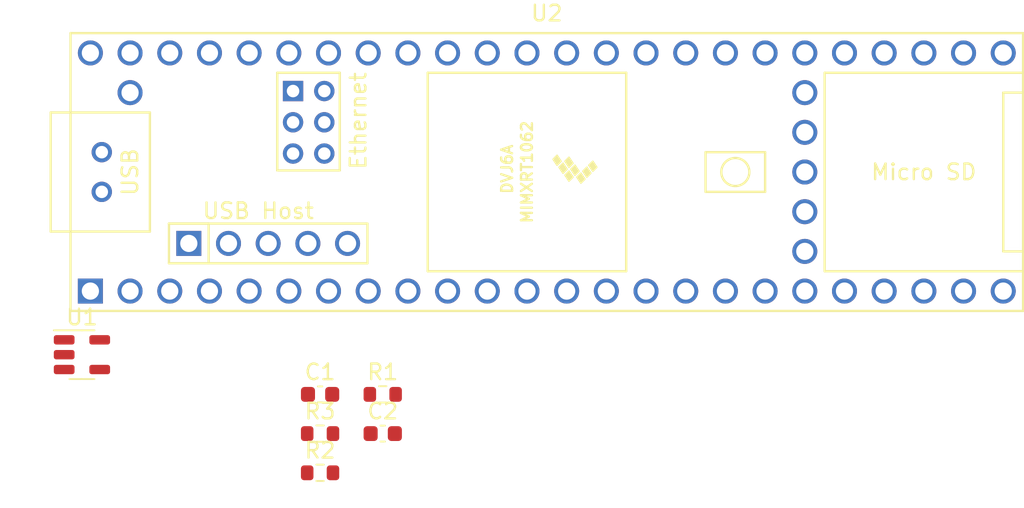
<source format=kicad_pcb>
(kicad_pcb (version 20211014) (generator pcbnew)
  (layers (0 "F.Cu" signal) (31 "B.Cu" signal) (34 "B.Paste" user) (35 "F.Paste" user) (36 "B.SilkS" user "B.Silkscreen") (37 "F.SilkS" user "F.Silkscreen") (38 "B.Mask" user) (39 "F.Mask" user) (44 "Edge.Cuts" user))
  (net 0 "")
  (net 1 "Net-(U1-Pad3)")
  (net 2 "GND")
  (net 3 "+5V")
  (net 4 "/SetSpeed_PWM")
  (net 5 "Net-(U1-Pad4)")
  (net 73 "/SetSpeed_Analog")
  (footprint "Package_TO_SOT_SMD:SOT-23-5" (layer "F.Cu") (at 109.22 86.36)
    (fp_text reference "U1" (at 0 -2.4) (layer "F.SilkS"))
    (fp_text value "OPA320xxDBV")
    (fp_line (start 0 -1.56) (end 0.8 -1.56) (layer "F.SilkS") (width 0.12))
    (fp_line (start 0 1.56) (end -0.8 1.56) (layer "F.SilkS") (width 0.12))
    (fp_line (start 0 -1.56) (end -1.8 -1.56) (layer "F.SilkS") (width 0.12))
    (fp_line (start 0 1.56) (end 0.8 1.56) (layer "F.SilkS") (width 0.12))
    (pad "1" smd roundrect locked (at -1.1375 -0.95) (size 1.325 0.6) (layers "F.Cu" "F.Paste" "F.Mask") (net 73 "/SetSpeed_Analog"))
    (pad "2" smd roundrect locked (at -1.1375 0) (size 1.325 0.6) (layers "F.Cu" "F.Paste" "F.Mask") (net 2 "GND"))
    (pad "3" smd roundrect locked (at -1.1375 0.95) (size 1.325 0.6) (layers "F.Cu" "F.Paste" "F.Mask") (net 1 "Net-(U1-Pad3)"))
    (pad "4" smd roundrect locked (at 1.1375 0.95) (size 1.325 0.6) (layers "F.Cu" "F.Paste" "F.Mask") (net 5 "Net-(U1-Pad4)"))
    (pad "5" smd roundrect locked (at 1.1375 -0.95) (size 1.325 0.6) (layers "F.Cu" "F.Paste" "F.Mask") (net 3 "+5V"))
  )
  (footprint "teensy:Teensy41" (layer "F.Cu") (at 138.97 74.67)
    (fp_text reference "U2" (at 0 -10.16) (layer "F.SilkS"))
    (fp_text value "Teensy4.1")
    (fp_text user "USB" (at -26.67 0 270) (layer "F.SilkS"))
    (fp_text user "Ethernet" (at -12.065 -3.2766 90) (layer "F.SilkS"))
    (fp_text user "DVJ6A" (at -2.54 -0.18 -90) (layer "F.SilkS") (effects (font (size 0.7 0.7))))
    (fp_text user "Micro SD" (at 24.13 0) (layer "F.SilkS"))
    (fp_text user "MIMXRT1062" (at -1.27 0 -90) (layer "F.SilkS") (effects (font (size 0.7 0.7))))
    (fp_text user "USB Host" (at -18.4658 2.4892) (layer "F.SilkS"))
    (fp_line (start -7.62 -6.35) (end -7.62 6.35) (layer "F.SilkS") (width 0.15))
    (fp_line (start -30.48 8.89) (end -30.48 -8.89) (layer "F.SilkS") (width 0.15))
    (fp_line (start -21.6408 3.2992) (end -21.6408 5.8392) (layer "F.SilkS") (width 0.15))
    (fp_line (start -24.1808 3.2992) (end -11.4808 3.2992) (layer "F.SilkS") (width 0.15))
    (fp_line (start -30.48 3.81) (end -31.75 3.81) (layer "F.SilkS") (width 0.15))
    (fp_line (start -25.4 -3.81) (end -30.48 -3.81) (layer "F.SilkS") (width 0.15))
    (fp_line (start 30.48 8.89) (end -30.48 8.89) (layer "F.SilkS") (width 0.15))
    (fp_line (start -30.48 -8.89) (end 30.48 -8.89) (layer "F.SilkS") (width 0.15))
    (fp_line (start -7.62 6.35) (end 5.08 6.35) (layer "F.SilkS") (width 0.15))
    (fp_line (start 13.97 1.27) (end 10.16 1.27) (layer "F.SilkS") (width 0.15))
    (fp_line (start -13.25 -0.1016) (end -13.25 -6.3516) (layer "F.SilkS") (width 0.15))
    (fp_line (start -13.25 -6.3516) (end -17.25 -6.3516) (layer "F.SilkS") (width 0.15))
    (fp_line (start -25.4 3.81) (end -30.48 3.81) (layer "F.SilkS") (width 0.15))
    (fp_line (start -24.1808 3.2992) (end -21.6408 3.2992) (layer "F.SilkS") (width 0.15))
    (fp_line (start -11.4808 3.2992) (end -11.4808 5.8392) (layer "F.SilkS") (width 0.15))
    (fp_line (start 13.97 -1.27) (end 13.97 1.27) (layer "F.SilkS") (width 0.15))
    (fp_line (start 5.08 6.35) (end 5.08 -6.35) (layer "F.SilkS") (width 0.15))
    (fp_line (start -25.4 3.81) (end -25.4 -3.81) (layer "F.SilkS") (width 0.15))
    (fp_line (start 29.21 -5.08) (end 29.21 5.08) (layer "F.SilkS") (width 0.15))
    (fp_line (start 10.16 -1.27) (end 13.97 -1.27) (layer "F.SilkS") (width 0.15))
    (fp_line (start 17.78 6.35) (end 30.48 6.35) (layer "F.SilkS") (width 0.15))
    (fp_line (start 10.16 1.27) (end 10.16 -1.27) (layer "F.SilkS") (width 0.15))
    (fp_line (start 30.48 -8.89) (end 30.48 8.89) (layer "F.SilkS") (width 0.15))
    (fp_line (start 5.08 -6.35) (end -7.62 -6.35) (layer "F.SilkS") (width 0.15))
    (fp_line (start -17.25 -6.1016) (end -17.25 -0.1016) (layer "F.SilkS") (width 0.15))
    (fp_line (start 29.21 5.08) (end 30.48 5.08) (layer "F.SilkS") (width 0.15))
    (fp_line (start 30.48 -5.08) (end 29.21 -5.08) (layer "F.SilkS") (width 0.15))
    (fp_line (start -31.75 3.81) (end -31.75 -3.81) (layer "F.SilkS") (width 0.15))
    (fp_line (start -17.25 -0.1016) (end -13.25 -0.1016) (layer "F.SilkS") (width 0.15))
    (fp_line (start -17.25 -6.3516) (end -17.25 -6.1016) (layer "F.SilkS") (width 0.15))
    (fp_line (start 17.78 -6.35) (end 17.78 6.35) (layer "F.SilkS") (width 0.15))
    (fp_line (start -31.75 -3.81) (end -30.48 -3.81) (layer "F.SilkS") (width 0.15))
    (fp_line (start -11.4808 5.8392) (end -24.1808 5.8392) (layer "F.SilkS") (width 0.15))
    (fp_line (start -24.1808 5.8392) (end -24.1808 3.2992) (layer "F.SilkS") (width 0.15))
    (fp_line (start 30.48 -6.35) (end 17.78 -6.35) (layer "F.SilkS") (width 0.15))
    (fp_circle (center 12.065 0) (end 12.7 -0.635) (layer "F.SilkS") (width 0.15) (fill none))
    (fp_poly (pts (xy 3.197 -0.307) (xy 2.943 -0.053) (xy 2.689 -0.434) (xy 2.943 -0.688)) (layer "F.SilkS") (width 0.1) (fill solid))
    (fp_poly (pts (xy 0.911 -0.688) (xy 0.657 -0.434) (xy 0.403 -0.815) (xy 0.657 -1.069)) (layer "F.SilkS") (width 0.1) (fill solid))
    (fp_poly (pts (xy 1.292 -0.18) (xy 1.038 0.074) (xy 0.784 -0.307) (xy 1.038 -0.561)) (layer "F.SilkS") (width 0.1) (fill solid))
    (fp_poly (pts (xy 2.435 0.455) (xy 2.181 0.709) (xy 1.927 0.328) (xy 2.181 0.074)) (layer "F.SilkS") (width 0.1) (fill solid))
    (fp_poly (pts (xy 2.816 0.074) (xy 2.562 0.328) (xy 2.308 -0.053) (xy 2.562 -0.307)) (layer "F.SilkS") (width 0.1) (fill solid))
    (fp_poly (pts (xy 1.673 0.328) (xy 1.419 0.582) (xy 1.165 0.201) (xy 1.419 -0.053)) (layer "F.SilkS") (width 0.1) (fill solid))
    (fp_poly (pts (xy 2.054 -0.053) (xy 1.8 0.201) (xy 1.546 -0.18) (xy 1.8 -0.434)) (layer "F.SilkS") (width 0.1) (fill solid))
    (fp_poly (pts (xy 1.673 -0.561) (xy 1.419 -0.307) (xy 1.165 -0.688) (xy 1.419 -0.942)) (layer "F.SilkS") (width 0.1) (fill solid))
    (pad "1" thru_hole rect (at -29.21 7.62) (size 1.6 1.6) (drill 1.1) (layers *.Cu *.Mask))
    (pad "2" thru_hole circle (at -26.67 7.62) (size 1.6 1.6) (drill 1.1) (layers *.Cu *.Mask))
    (pad "3" thru_hole circle (at -24.13 7.62) (size 1.6 1.6) (drill 1.1) (layers *.Cu *.Mask))
    (pad "4" thru_hole circle (at -21.59 7.62) (size 1.6 1.6) (drill 1.1) (layers *.Cu *.Mask))
    (pad "5" thru_hole circle (at -19.05 7.62) (size 1.6 1.6) (drill 1.1) (layers *.Cu *.Mask))
    (pad "6" thru_hole circle (at -16.51 7.62) (size 1.6 1.6) (drill 1.1) (layers *.Cu *.Mask))
    (pad "7" thru_hole circle (at -13.97 7.62) (size 1.6 1.6) (drill 1.1) (layers *.Cu *.Mask))
    (pad "8" thru_hole circle (at -11.43 7.62) (size 1.6 1.6) (drill 1.1) (layers *.Cu *.Mask))
    (pad "9" thru_hole circle (at -8.89 7.62) (size 1.6 1.6) (drill 1.1) (layers *.Cu *.Mask))
    (pad "10" thru_hole circle (at -6.35 7.62) (size 1.6 1.6) (drill 1.1) (layers *.Cu *.Mask))
    (pad "11" thru_hole circle (at -3.81 7.62) (size 1.6 1.6) (drill 1.1) (layers *.Cu *.Mask))
    (pad "12" thru_hole circle (at -1.27 7.62) (size 1.6 1.6) (drill 1.1) (layers *.Cu *.Mask))
    (pad "13" thru_hole circle (at 1.27 7.62) (size 1.6 1.6) (drill 1.1) (layers *.Cu *.Mask))
    (pad "14" thru_hole circle (at 3.81 7.62) (size 1.6 1.6) (drill 1.1) (layers *.Cu *.Mask))
    (pad "15" thru_hole circle (at 6.35 7.62) (size 1.6 1.6) (drill 1.1) (layers *.Cu *.Mask))
    (pad "16" thru_hole circle (at 8.89 7.62) (size 1.6 1.6) (drill 1.1) (layers *.Cu *.Mask))
    (pad "17" thru_hole circle (at 11.43 7.62) (size 1.6 1.6) (drill 1.1) (layers *.Cu *.Mask))
    (pad "18" thru_hole circle (at 13.97 7.62) (size 1.6 1.6) (drill 1.1) (layers *.Cu *.Mask))
    (pad "19" thru_hole circle (at 16.51 7.62) (size 1.6 1.6) (drill 1.1) (layers *.Cu *.Mask))
    (pad "20" thru_hole circle (at 19.05 7.62) (size 1.6 1.6) (drill 1.1) (layers *.Cu *.Mask))
    (pad "21" thru_hole circle (at 21.59 7.62) (size 1.6 1.6) (drill 1.1) (layers *.Cu *.Mask))
    (pad "22" thru_hole circle (at 24.13 7.62) (size 1.6 1.6) (drill 1.1) (layers *.Cu *.Mask))
    (pad "23" thru_hole circle (at 26.67 7.62) (size 1.6 1.6) (drill 1.1) (layers *.Cu *.Mask))
    (pad "24" thru_hole circle (at 29.21 7.62) (size 1.6 1.6) (drill 1.1) (layers *.Cu *.Mask))
    (pad "25" thru_hole circle (at 29.21 -7.62) (size 1.6 1.6) (drill 1.1) (layers *.Cu *.Mask))
    (pad "26" thru_hole circle (at 26.67 -7.62) (size 1.6 1.6) (drill 1.1) (layers *.Cu *.Mask))
    (pad "27" thru_hole circle (at 24.13 -7.62) (size 1.6 1.6) (drill 1.1) (layers *.Cu *.Mask))
    (pad "28" thru_hole circle (at 21.59 -7.62) (size 1.6 1.6) (drill 1.1) (layers *.Cu *.Mask))
    (pad "29" thru_hole circle (at 19.05 -7.62) (size 1.6 1.6) (drill 1.1) (layers *.Cu *.Mask))
    (pad "30" thru_hole circle (at 16.51 -7.62) (size 1.6 1.6) (drill 1.1) (layers *.Cu *.Mask))
    (pad "31" thru_hole circle (at 13.97 -7.62) (size 1.6 1.6) (drill 1.1) (layers *.Cu *.Mask))
    (pad "32" thru_hole circle (at 11.43 -7.62) (size 1.6 1.6) (drill 1.1) (layers *.Cu *.Mask))
    (pad "33" thru_hole circle (at 8.89 -7.62) (size 1.6 1.6) (drill 1.1) (layers *.Cu *.Mask))
    (pad "34" thru_hole circle (at 6.35 -7.62) (size 1.6 1.6) (drill 1.1) (layers *.Cu *.Mask))
    (pad "35" thru_hole circle (at 3.81 -7.62) (size 1.6 1.6) (drill 1.1) (layers *.Cu *.Mask))
    (pad "36" thru_hole circle (at 1.27 -7.62) (size 1.6 1.6) (drill 1.1) (layers *.Cu *.Mask))
    (pad "37" thru_hole circle (at -1.27 -7.62) (size 1.6 1.6) (drill 1.1) (layers *.Cu *.Mask))
    (pad "38" thru_hole circle (at -3.81 -7.62) (size 1.6 1.6) (drill 1.1) (layers *.Cu *.Mask))
    (pad "39" thru_hole circle (at -6.35 -7.62) (size 1.6 1.6) (drill 1.1) (layers *.Cu *.Mask))
    (pad "40" thru_hole circle (at -8.89 -7.62) (size 1.6 1.6) (drill 1.1) (layers *.Cu *.Mask))
    (pad "41" thru_hole circle (at -11.43 -7.62) (size 1.6 1.6) (drill 1.1) (layers *.Cu *.Mask))
    (pad "42" thru_hole circle (at -13.97 -7.62) (size 1.6 1.6) (drill 1.1) (layers *.Cu *.Mask))
    (pad "43" thru_hole circle (at -16.51 -7.62) (size 1.6 1.6) (drill 1.1) (layers *.Cu *.Mask))
    (pad "44" thru_hole circle (at -19.05 -7.62) (size 1.6 1.6) (drill 1.1) (layers *.Cu *.Mask))
    (pad "45" thru_hole circle (at -21.59 -7.62) (size 1.6 1.6) (drill 1.1) (layers *.Cu *.Mask))
    (pad "46" thru_hole circle (at -24.13 -7.62) (size 1.6 1.6) (drill 1.1) (layers *.Cu *.Mask))
    (pad "47" thru_hole circle (at -26.67 -7.62) (size 1.6 1.6) (drill 1.1) (layers *.Cu *.Mask))
    (pad "48" thru_hole circle (at -29.21 -7.62) (size 1.6 1.6) (drill 1.1) (layers *.Cu *.Mask))
    (pad "49" thru_hole circle (at -26.67 -5.08) (size 1.6 1.6) (drill 1.1) (layers *.Cu *.Mask))
    (pad "50" thru_hole circle (at 16.51 5.08) (size 1.6 1.6) (drill 1.1) (layers *.Cu *.Mask))
    (pad "51" thru_hole circle (at 16.51 2.54) (size 1.6 1.6) (drill 1.1) (layers *.Cu *.Mask))
    (pad "52" thru_hole circle (at 16.51 0) (size 1.6 1.6) (drill 1.1) (layers *.Cu *.Mask))
    (pad "53" thru_hole circle (at 16.51 -2.54) (size 1.6 1.6) (drill 1.1) (layers *.Cu *.Mask))
    (pad "54" thru_hole circle (at 16.51 -5.08) (size 1.6 1.6) (drill 1.1) (layers *.Cu *.Mask))
    (pad "55" thru_hole rect (at -22.9108 4.5692) (size 1.6 1.6) (drill 1.1) (layers *.Cu *.Mask))
    (pad "56" thru_hole circle (at -20.3708 4.5692) (size 1.6 1.6) (drill 1.1) (layers *.Cu *.Mask))
    (pad "57" thru_hole circle (at -17.8308 4.5692) (size 1.6 1.6) (drill 1.1) (layers *.Cu *.Mask))
    (pad "58" thru_hole circle (at -15.2908 4.5692) (size 1.6 1.6) (drill 1.1) (layers *.Cu *.Mask))
    (pad "59" thru_hole circle (at -12.7508 4.5692) (size 1.6 1.6) (drill 1.1) (layers *.Cu *.Mask))
    (pad "60" thru_hole rect (at -16.24 -5.1816) (size 1.3 1.3) (drill 0.8) (layers *.Cu *.Mask))
    (pad "61" thru_hole circle (at -16.24 -3.1816) (size 1.3 1.3) (drill 0.8) (layers *.Cu *.Mask))
    (pad "62" thru_hole circle (at -16.24 -1.1816) (size 1.3 1.3) (drill 0.8) (layers *.Cu *.Mask))
    (pad "63" thru_hole circle (at -14.24 -1.1816) (size 1.3 1.3) (drill 0.8) (layers *.Cu *.Mask))
    (pad "64" thru_hole circle (at -14.24 -3.1816) (size 1.3 1.3) (drill 0.8) (layers *.Cu *.Mask))
    (pad "65" thru_hole circle (at -14.24 -5.1816) (size 1.3 1.3) (drill 0.8) (layers *.Cu *.Mask))
    (pad "66" thru_hole circle (at -28.48 -1.27) (size 1.3 1.3) (drill 0.8) (layers *.Cu *.Mask))
    (pad "67" thru_hole circle (at -28.48 1.27) (size 1.3 1.3) (drill 0.8) (layers *.Cu *.Mask))
  )
  (footprint "Resistor_SMD:R_0603_1608Metric" (layer "F.Cu") (at 128.47 88.9)
    (fp_text reference "R1" (at 0 -1.43) (layer "F.SilkS"))
    (fp_text value "R")
    (fp_line (start -0.237258 -0.5225) (end 0.237258 -0.5225) (layer "F.SilkS") (width 0.12))
    (fp_line (start -0.237258 0.5225) (end 0.237258 0.5225) (layer "F.SilkS") (width 0.12))
    (pad "1" smd roundrect locked (at -0.825 0) (size 0.8 0.95) (layers "F.Cu" "F.Paste" "F.Mask") (net 4 "/SetSpeed_PWM"))
    (pad "2" smd roundrect locked (at 0.825 0) (size 0.8 0.95) (layers "F.Cu" "F.Paste" "F.Mask") (net 1 "Net-(U1-Pad3)"))
  )
  (footprint "Resistor_SMD:R_0603_1608Metric" (layer "F.Cu") (at 124.46 93.92)
    (fp_text reference "R2" (at 0 -1.43) (layer "F.SilkS"))
    (fp_text value "R")
    (fp_line (start -0.237258 0.5225) (end 0.237258 0.5225) (layer "F.SilkS") (width 0.12))
    (fp_line (start -0.237258 -0.5225) (end 0.237258 -0.5225) (layer "F.SilkS") (width 0.12))
    (pad "1" smd roundrect locked (at -0.825 0) (size 0.8 0.95) (layers "F.Cu" "F.Paste" "F.Mask") (net 2 "GND"))
    (pad "2" smd roundrect locked (at 0.825 0) (size 0.8 0.95) (layers "F.Cu" "F.Paste" "F.Mask") (net 5 "Net-(U1-Pad4)"))
  )
  (footprint "Capacitor_SMD:C_0603_1608Metric" (layer "F.Cu") (at 128.47 91.41)
    (fp_text reference "C2" (at 0 -1.43) (layer "F.SilkS"))
    (fp_text value "100nF 10V")
    (fp_line (start -0.14058 -0.51) (end 0.14058 -0.51) (layer "F.SilkS") (width 0.12))
    (fp_line (start -0.14058 0.51) (end 0.14058 0.51) (layer "F.SilkS") (width 0.12))
    (pad "1" smd roundrect locked (at -0.775 0) (size 0.9 0.95) (layers "F.Cu" "F.Paste" "F.Mask") (net 3 "+5V"))
    (pad "2" smd roundrect locked (at 0.775 0) (size 0.9 0.95) (layers "F.Cu" "F.Paste" "F.Mask") (net 2 "GND"))
  )
  (footprint "Capacitor_SMD:C_0603_1608Metric" (layer "F.Cu") (at 124.46 88.9)
    (fp_text reference "C1" (at 0 -1.43) (layer "F.SilkS"))
    (fp_text value "C")
    (fp_line (start -0.14058 -0.51) (end 0.14058 -0.51) (layer "F.SilkS") (width 0.12))
    (fp_line (start -0.14058 0.51) (end 0.14058 0.51) (layer "F.SilkS") (width 0.12))
    (pad "1" smd roundrect locked (at -0.775 0) (size 0.9 0.95) (layers "F.Cu" "F.Paste" "F.Mask") (net 1 "Net-(U1-Pad3)"))
    (pad "2" smd roundrect locked (at 0.775 0) (size 0.9 0.95) (layers "F.Cu" "F.Paste" "F.Mask") (net 2 "GND"))
  )
  (footprint "Resistor_SMD:R_0603_1608Metric" (layer "F.Cu") (at 124.46 91.41)
    (fp_text reference "R3" (at 0 -1.43) (layer "F.SilkS"))
    (fp_text value "R")
    (fp_line (start -0.237258 -0.5225) (end 0.237258 -0.5225) (layer "F.SilkS") (width 0.12))
    (fp_line (start -0.237258 0.5225) (end 0.237258 0.5225) (layer "F.SilkS") (width 0.12))
    (pad "1" smd roundrect locked (at -0.825 0) (size 0.8 0.95) (layers "F.Cu" "F.Paste" "F.Mask") (net 73 "/SetSpeed_Analog"))
    (pad "2" smd roundrect locked (at 0.825 0) (size 0.8 0.95) (layers "F.Cu" "F.Paste" "F.Mask") (net 5 "Net-(U1-Pad4)"))
  )
)
</source>
